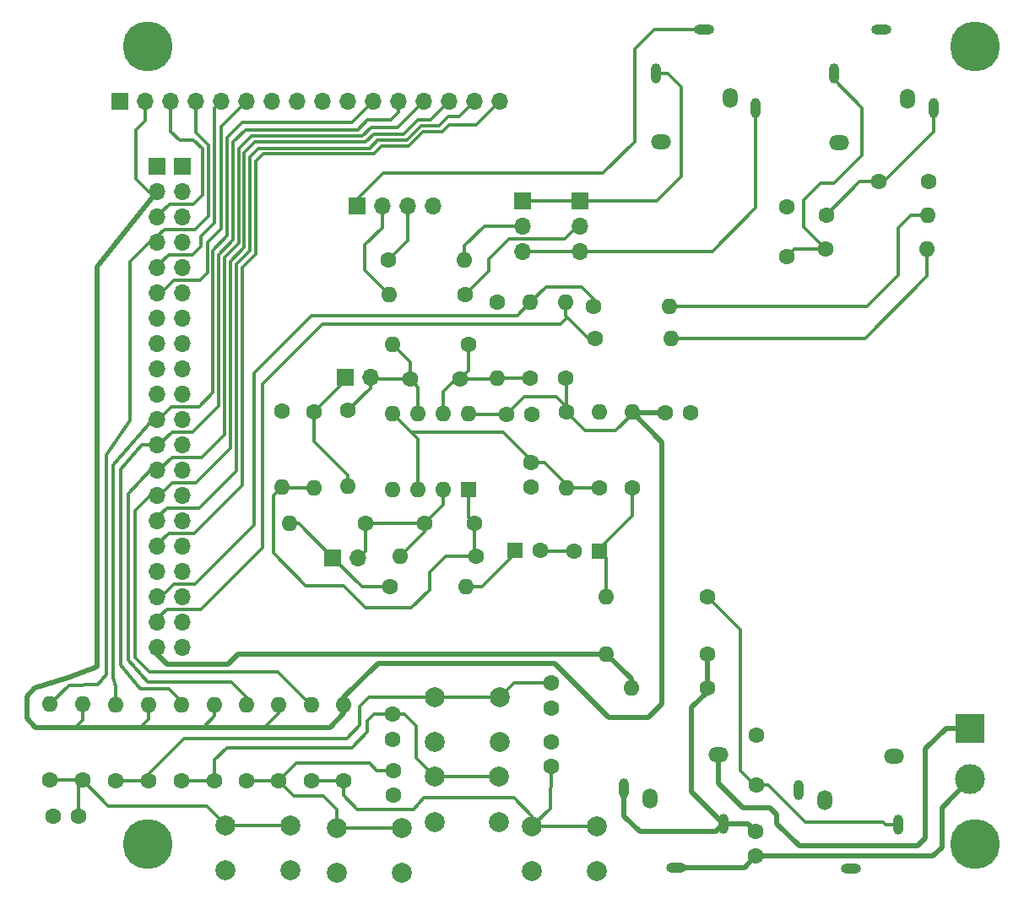
<source format=gbr>
%TF.GenerationSoftware,KiCad,Pcbnew,(6.0.11)*%
%TF.CreationDate,2023-02-05T16:49:19-06:00*%
%TF.ProjectId,BitBangDisplay,42697442-616e-4674-9469-73706c61792e,rev?*%
%TF.SameCoordinates,Original*%
%TF.FileFunction,Copper,L2,Bot*%
%TF.FilePolarity,Positive*%
%FSLAX46Y46*%
G04 Gerber Fmt 4.6, Leading zero omitted, Abs format (unit mm)*
G04 Created by KiCad (PCBNEW (6.0.11)) date 2023-02-05 16:49:19*
%MOMM*%
%LPD*%
G01*
G04 APERTURE LIST*
%TA.AperFunction,ComponentPad*%
%ADD10C,1.600000*%
%TD*%
%TA.AperFunction,ComponentPad*%
%ADD11O,2.000000X1.000000*%
%TD*%
%TA.AperFunction,ComponentPad*%
%ADD12O,1.000000X2.000000*%
%TD*%
%TA.AperFunction,ComponentPad*%
%ADD13O,2.000000X1.500000*%
%TD*%
%TA.AperFunction,ComponentPad*%
%ADD14O,1.500000X2.000000*%
%TD*%
%TA.AperFunction,ComponentPad*%
%ADD15O,1.600000X1.600000*%
%TD*%
%TA.AperFunction,ComponentPad*%
%ADD16C,2.000000*%
%TD*%
%TA.AperFunction,ComponentPad*%
%ADD17C,5.000000*%
%TD*%
%TA.AperFunction,ComponentPad*%
%ADD18R,1.700000X1.700000*%
%TD*%
%TA.AperFunction,ComponentPad*%
%ADD19O,1.700000X1.700000*%
%TD*%
%TA.AperFunction,ComponentPad*%
%ADD20R,1.600000X1.600000*%
%TD*%
%TA.AperFunction,ComponentPad*%
%ADD21R,3.000000X3.000000*%
%TD*%
%TA.AperFunction,ComponentPad*%
%ADD22C,3.000000*%
%TD*%
%TA.AperFunction,Conductor*%
%ADD23C,0.350000*%
%TD*%
%TA.AperFunction,Conductor*%
%ADD24C,0.500000*%
%TD*%
%TA.AperFunction,Conductor*%
%ADD25C,0.250000*%
%TD*%
G04 APERTURE END LIST*
D10*
%TO.P,C3,1*%
%TO.N,GND*%
X109610000Y-76610000D03*
%TO.P,C3,2*%
%TO.N,Net-(J13-Pad1)*%
X109610000Y-81610000D03*
%TD*%
D11*
%TO.P,J2,3*%
%TO.N,GND*%
X98500000Y-142850000D03*
D12*
%TO.P,J2,1*%
%TO.N,Net-(R22-Pad1)*%
X103300000Y-138450000D03*
%TO.P,J2,2*%
X93300000Y-134950000D03*
D13*
%TO.P,J2,4*%
%TO.N,Net-(J16-Pad1)*%
X102800000Y-131550000D03*
D14*
%TO.P,J2,5*%
%TO.N,unconnected-(J2-Pad5)*%
X95900000Y-135950000D03*
%TD*%
D10*
%TO.P,R3,1*%
%TO.N,Net-(C11-Pad2)*%
X48930000Y-134170000D03*
D15*
%TO.P,R3,2*%
%TO.N,DB5*%
X48930000Y-126550000D03*
%TD*%
D10*
%TO.P,R12,1*%
%TO.N,Net-(R47-Pad1)*%
X58680000Y-134170000D03*
D15*
%TO.P,R12,2*%
%TO.N,+5V*%
X58680000Y-126550000D03*
%TD*%
D10*
%TO.P,C10,1*%
%TO.N,GND*%
X86000000Y-126850000D03*
%TO.P,C10,2*%
%TO.N,Net-(R29-Pad1)*%
X86000000Y-124350000D03*
%TD*%
%TO.P,C11,1*%
%TO.N,GND*%
X70100000Y-129980000D03*
%TO.P,C11,2*%
%TO.N,Net-(C11-Pad2)*%
X70100000Y-127480000D03*
%TD*%
%TO.P,C16,1*%
%TO.N,GND*%
X70140000Y-135620000D03*
%TO.P,C16,2*%
%TO.N,Net-(R47-Pad1)*%
X70140000Y-133120000D03*
%TD*%
%TO.P,C17,1*%
%TO.N,GND*%
X85970000Y-130260000D03*
%TO.P,C17,2*%
%TO.N,Net-(R46-Pad1)*%
X85970000Y-132760000D03*
%TD*%
D16*
%TO.P,SW2,2,2*%
%TO.N,GND*%
X74330000Y-130270000D03*
%TO.P,SW2,1,1*%
%TO.N,Net-(R29-Pad1)*%
X74330000Y-125770000D03*
%TO.P,SW2,2,2*%
%TO.N,GND*%
X80830000Y-130270000D03*
%TO.P,SW2,1,1*%
%TO.N,Net-(R29-Pad1)*%
X80830000Y-125770000D03*
%TD*%
%TO.P,SW3,2,2*%
%TO.N,GND*%
X64540000Y-143360000D03*
%TO.P,SW3,1,1*%
%TO.N,Net-(R47-Pad1)*%
X64540000Y-138860000D03*
%TO.P,SW3,2,2*%
%TO.N,GND*%
X71040000Y-143360000D03*
%TO.P,SW3,1,1*%
%TO.N,Net-(R47-Pad1)*%
X71040000Y-138860000D03*
%TD*%
%TO.P,SW4,2,2*%
%TO.N,GND*%
X84090000Y-143220000D03*
%TO.P,SW4,1,1*%
%TO.N,Net-(R46-Pad1)*%
X84090000Y-138720000D03*
%TO.P,SW4,2,2*%
%TO.N,GND*%
X90590000Y-143220000D03*
%TO.P,SW4,1,1*%
%TO.N,Net-(R46-Pad1)*%
X90590000Y-138720000D03*
%TD*%
%TO.P,SW5,2,2*%
%TO.N,GND*%
X74300000Y-138270000D03*
%TO.P,SW5,1,1*%
%TO.N,Net-(C11-Pad2)*%
X74300000Y-133770000D03*
%TO.P,SW5,2,2*%
%TO.N,GND*%
X80800000Y-138270000D03*
%TO.P,SW5,1,1*%
%TO.N,Net-(C11-Pad2)*%
X80800000Y-133770000D03*
%TD*%
D10*
%TO.P,R6,1*%
%TO.N,Net-(R29-Pad1)*%
X45640000Y-134150000D03*
D15*
%TO.P,R6,2*%
%TO.N,+5V*%
X45640000Y-126530000D03*
%TD*%
D10*
%TO.P,R13,1*%
%TO.N,Net-(R46-Pad1)*%
X65210000Y-134190000D03*
D15*
%TO.P,R13,2*%
%TO.N,+5V*%
X65210000Y-126570000D03*
%TD*%
D10*
%TO.P,R29,1*%
%TO.N,Net-(R29-Pad1)*%
X42330000Y-134130000D03*
D15*
%TO.P,R29,2*%
%TO.N,DB4*%
X42330000Y-126510000D03*
%TD*%
D10*
%TO.P,R33,1*%
%TO.N,Net-(C11-Pad2)*%
X52220000Y-134190000D03*
D15*
%TO.P,R33,2*%
%TO.N,+5V*%
X52220000Y-126570000D03*
%TD*%
D10*
%TO.P,R46,1*%
%TO.N,Net-(R46-Pad1)*%
X61940000Y-134190000D03*
D15*
%TO.P,R46,2*%
%TO.N,DB7*%
X61940000Y-126570000D03*
%TD*%
D10*
%TO.P,R47,1*%
%TO.N,Net-(R47-Pad1)*%
X55470000Y-134170000D03*
D15*
%TO.P,R47,2*%
%TO.N,DB6*%
X55470000Y-126550000D03*
%TD*%
D17*
%TO.P,J3,1,Pin_1*%
%TO.N,GND*%
X45500000Y-60500000D03*
%TD*%
%TO.P,J7,1,Pin_1*%
%TO.N,GND*%
X45500000Y-140500000D03*
%TD*%
%TO.P,J20,1,Pin_1*%
%TO.N,GND*%
X128500000Y-60500000D03*
%TD*%
%TO.P,J21,1,Pin_1*%
%TO.N,GND*%
X128500000Y-140500000D03*
%TD*%
D18*
%TO.P,J1,1,Pin_1*%
%TO.N,Net-(J1-Pad1)*%
X66500000Y-76500000D03*
D19*
%TO.P,J1,2,Pin_2*%
%TO.N,Net-(J1-Pad2)*%
X69040000Y-76500000D03*
%TO.P,J1,3,Pin_3*%
%TO.N,Net-(J1-Pad3)*%
X71580000Y-76500000D03*
%TO.P,J1,4,Pin_4*%
%TO.N,unconnected-(J1-Pad4)*%
X74120000Y-76500000D03*
%TD*%
D18*
%TO.P,U1,1,VSS*%
%TO.N,GND*%
X42750000Y-66000000D03*
D19*
%TO.P,U1,2,VDD*%
%TO.N,+5V*%
X45290000Y-66000000D03*
%TO.P,U1,3,VO*%
%TO.N,VO*%
X47830000Y-66000000D03*
%TO.P,U1,4,RS*%
%TO.N,RS*%
X50370000Y-66000000D03*
%TO.P,U1,5,R/~{W}*%
%TO.N,RW*%
X52910000Y-66000000D03*
%TO.P,U1,6,E*%
%TO.N,E*%
X55450000Y-66000000D03*
%TO.P,U1,7,DB0*%
%TO.N,unconnected-(U1-Pad7)*%
X57990000Y-66000000D03*
%TO.P,U1,8,DB1*%
%TO.N,unconnected-(U1-Pad8)*%
X60530000Y-66000000D03*
%TO.P,U1,9,DB2*%
%TO.N,unconnected-(U1-Pad9)*%
X63070000Y-66000000D03*
%TO.P,U1,10,DB3*%
%TO.N,unconnected-(U1-Pad10)*%
X65610000Y-66000000D03*
%TO.P,U1,11,DB4*%
%TO.N,DB4*%
X68150000Y-66000000D03*
%TO.P,U1,12,DB5*%
%TO.N,DB5*%
X70690000Y-66000000D03*
%TO.P,U1,13,DB6*%
%TO.N,DB6*%
X73230000Y-66000000D03*
%TO.P,U1,14,DB7*%
%TO.N,DB7*%
X75770000Y-66000000D03*
%TO.P,U1,15,A/VEE*%
%TO.N,AVEE*%
X78310000Y-66000000D03*
%TO.P,U1,16,K*%
%TO.N,K*%
X80850000Y-66000000D03*
%TD*%
D10*
%TO.P,C1,1*%
%TO.N,Net-(R22-Pad1)*%
X106510000Y-139200000D03*
%TO.P,C1,2*%
%TO.N,GND*%
X106510000Y-141700000D03*
%TD*%
D11*
%TO.P,J13,3*%
%TO.N,GND*%
X119140000Y-58810000D03*
D12*
%TO.P,J13,1*%
%TO.N,Net-(J13-Pad1)*%
X114340000Y-63210000D03*
%TO.P,J13,2*%
%TO.N,Net-(C2-Pad2)*%
X124340000Y-66710000D03*
D13*
%TO.P,J13,4*%
%TO.N,N/C*%
X114840000Y-70110000D03*
D14*
%TO.P,J13,5*%
X121740000Y-65710000D03*
%TD*%
D11*
%TO.P,J14,3*%
%TO.N,Net-(J1-Pad1)*%
X101340000Y-58780000D03*
D12*
%TO.P,J14,1*%
%TO.N,Net-(JP2-Pad1)*%
X96540000Y-63180000D03*
%TO.P,J14,2*%
%TO.N,Net-(J14-Pad2)*%
X106540000Y-66680000D03*
D13*
%TO.P,J14,4*%
%TO.N,N/C*%
X97040000Y-70080000D03*
D14*
%TO.P,J14,5*%
X103940000Y-65680000D03*
%TD*%
D18*
%TO.P,JP1,1,1*%
%TO.N,Net-(JP2-Pad1)*%
X88860000Y-75960000D03*
D19*
%TO.P,JP1,2,2*%
%TO.N,Net-(R7-Pad1)*%
X88860000Y-78500000D03*
%TO.P,JP1,3,3*%
%TO.N,Net-(J14-Pad2)*%
X88860000Y-81040000D03*
%TD*%
D18*
%TO.P,JP2,1,1*%
%TO.N,Net-(JP2-Pad1)*%
X83130000Y-75970000D03*
D19*
%TO.P,JP2,2,2*%
%TO.N,Net-(JP2-Pad2)*%
X83130000Y-78510000D03*
%TO.P,JP2,3,3*%
%TO.N,Net-(J14-Pad2)*%
X83130000Y-81050000D03*
%TD*%
D10*
%TO.P,L1,1*%
%TO.N,Net-(J13-Pad1)*%
X113550000Y-80860000D03*
D15*
%TO.P,L1,2*%
%TO.N,Net-(L1-Pad2)*%
X123710000Y-80860000D03*
%TD*%
D10*
%TO.P,L2,1*%
%TO.N,Net-(C2-Pad2)*%
X113600000Y-77390000D03*
D15*
%TO.P,L2,2*%
%TO.N,Net-(L2-Pad2)*%
X123760000Y-77390000D03*
%TD*%
D10*
%TO.P,R1,1*%
%TO.N,PTT*%
X90410000Y-89800000D03*
D15*
%TO.P,R1,2*%
%TO.N,Net-(L1-Pad2)*%
X98030000Y-89800000D03*
%TD*%
D10*
%TO.P,R2,1*%
%TO.N,MIC*%
X90250000Y-86610000D03*
D15*
%TO.P,R2,2*%
%TO.N,Net-(L2-Pad2)*%
X97870000Y-86610000D03*
%TD*%
D10*
%TO.P,R4,1*%
%TO.N,+5V*%
X87450000Y-93770000D03*
D15*
%TO.P,R4,2*%
%TO.N,PTT*%
X87450000Y-86150000D03*
%TD*%
D10*
%TO.P,R5,1*%
%TO.N,Net-(C5-Pad1)*%
X94110000Y-104780000D03*
D15*
%TO.P,R5,2*%
%TO.N,+5V*%
X94110000Y-97160000D03*
%TD*%
D10*
%TO.P,R7,1*%
%TO.N,Net-(R7-Pad1)*%
X77370000Y-85360000D03*
D15*
%TO.P,R7,2*%
%TO.N,Net-(J1-Pad2)*%
X69750000Y-85360000D03*
%TD*%
D10*
%TO.P,R8,1*%
%TO.N,Net-(J1-Pad3)*%
X69700000Y-81880000D03*
D15*
%TO.P,R8,2*%
%TO.N,Net-(JP2-Pad2)*%
X77320000Y-81880000D03*
%TD*%
D10*
%TO.P,C2,1*%
%TO.N,GND*%
X123890000Y-74040000D03*
%TO.P,C2,2*%
%TO.N,Net-(C2-Pad2)*%
X118890000Y-74040000D03*
%TD*%
%TO.P,C4,1*%
%TO.N,GND*%
X106600000Y-129580000D03*
%TO.P,C4,2*%
%TO.N,Net-(C4-Pad2)*%
X106600000Y-134580000D03*
%TD*%
D20*
%TO.P,C5,1*%
%TO.N,Net-(C5-Pad1)*%
X90810000Y-111090000D03*
D10*
%TO.P,C5,2*%
%TO.N,Net-(C5-Pad2)*%
X88310000Y-111090000D03*
%TD*%
D20*
%TO.P,C6,1*%
%TO.N,Net-(C6-Pad1)*%
X82410000Y-111020000D03*
D10*
%TO.P,C6,2*%
%TO.N,Net-(C5-Pad2)*%
X84910000Y-111020000D03*
%TD*%
%TO.P,C7,1*%
%TO.N,+5V*%
X81560000Y-97430000D03*
%TO.P,C7,2*%
%TO.N,GND*%
X84060000Y-97430000D03*
%TD*%
%TO.P,C8,1*%
%TO.N,GND*%
X83990000Y-104720000D03*
%TO.P,C8,2*%
%TO.N,+5V*%
X83990000Y-102220000D03*
%TD*%
%TO.P,C9,1*%
%TO.N,Net-(C9-Pad1)*%
X73300000Y-108320000D03*
%TO.P,C9,2*%
%TO.N,Net-(R17-Pad2)*%
X78300000Y-108320000D03*
%TD*%
%TO.P,C12,1*%
%TO.N,Net-(C12-Pad1)*%
X71860000Y-93880000D03*
%TO.P,C12,2*%
%TO.N,Net-(R19-Pad1)*%
X76860000Y-93880000D03*
%TD*%
D11*
%TO.P,J15,3*%
%TO.N,GND*%
X116050000Y-142970000D03*
D12*
%TO.P,J15,1*%
%TO.N,Net-(C4-Pad2)*%
X120850000Y-138570000D03*
%TO.P,J15,2*%
%TO.N,unconnected-(J15-Pad2)*%
X110850000Y-135070000D03*
D13*
%TO.P,J15,4*%
%TO.N,N/C*%
X120350000Y-131670000D03*
D14*
%TO.P,J15,5*%
X113450000Y-136070000D03*
%TD*%
D18*
%TO.P,JP3,1,1*%
%TO.N,Net-(JP3-Pad1)*%
X64120000Y-111790000D03*
D19*
%TO.P,JP3,2,2*%
%TO.N,Net-(C9-Pad1)*%
X66660000Y-111790000D03*
%TD*%
D18*
%TO.P,JP4,1,1*%
%TO.N,Net-(JP4-Pad1)*%
X65320000Y-93650000D03*
D19*
%TO.P,JP4,2,2*%
%TO.N,Net-(C12-Pad1)*%
X67860000Y-93650000D03*
%TD*%
D10*
%TO.P,L3,1*%
%TO.N,Net-(C4-Pad2)*%
X101700000Y-115730000D03*
D15*
%TO.P,L3,2*%
%TO.N,Net-(C5-Pad1)*%
X91540000Y-115730000D03*
%TD*%
D10*
%TO.P,R9,1*%
%TO.N,Net-(JP3-Pad1)*%
X69840000Y-114720000D03*
D15*
%TO.P,R9,2*%
%TO.N,Net-(C6-Pad1)*%
X77460000Y-114720000D03*
%TD*%
D10*
%TO.P,R10,1*%
%TO.N,Net-(C9-Pad1)*%
X67360000Y-108360000D03*
D15*
%TO.P,R10,2*%
%TO.N,Net-(JP3-Pad1)*%
X59740000Y-108360000D03*
%TD*%
D10*
%TO.P,R11,1*%
%TO.N,+5V*%
X87550000Y-97190000D03*
D15*
%TO.P,R11,2*%
X87550000Y-104810000D03*
%TD*%
D10*
%TO.P,R14,1*%
%TO.N,+5V*%
X90830000Y-104780000D03*
D15*
%TO.P,R14,2*%
%TO.N,GND*%
X90830000Y-97160000D03*
%TD*%
D10*
%TO.P,R15,1*%
%TO.N,Net-(R17-Pad2)*%
X78450000Y-111670000D03*
D15*
%TO.P,R15,2*%
%TO.N,Net-(C9-Pad1)*%
X70830000Y-111670000D03*
%TD*%
D10*
%TO.P,R16,1*%
%TO.N,Net-(JP4-Pad1)*%
X62250000Y-97120000D03*
D15*
%TO.P,R16,2*%
%TO.N,Net-(R17-Pad2)*%
X62250000Y-104740000D03*
%TD*%
D10*
%TO.P,R17,1*%
%TO.N,GND*%
X58980000Y-97040000D03*
D15*
%TO.P,R17,2*%
%TO.N,Net-(R17-Pad2)*%
X58980000Y-104660000D03*
%TD*%
D10*
%TO.P,R18,1*%
%TO.N,Net-(C12-Pad1)*%
X65620000Y-97030000D03*
D15*
%TO.P,R18,2*%
%TO.N,Net-(JP4-Pad1)*%
X65620000Y-104650000D03*
%TD*%
D10*
%TO.P,R19,1*%
%TO.N,Net-(R19-Pad1)*%
X77730000Y-90410000D03*
D15*
%TO.P,R19,2*%
%TO.N,Net-(C12-Pad1)*%
X70110000Y-90410000D03*
%TD*%
D10*
%TO.P,R20,1*%
%TO.N,Net-(R19-Pad1)*%
X83930000Y-93800000D03*
D15*
%TO.P,R20,2*%
%TO.N,MIC*%
X83930000Y-86180000D03*
%TD*%
D10*
%TO.P,R21,1*%
%TO.N,GND*%
X80620000Y-86180000D03*
D15*
%TO.P,R21,2*%
%TO.N,Net-(R19-Pad1)*%
X80620000Y-93800000D03*
%TD*%
D20*
%TO.P,U2,1*%
%TO.N,Net-(R17-Pad2)*%
X77730000Y-104940000D03*
D15*
%TO.P,U2,5,+*%
%TO.N,+5V*%
X70110000Y-97320000D03*
%TO.P,U2,2,-*%
%TO.N,Net-(C9-Pad1)*%
X75190000Y-104940000D03*
%TO.P,U2,6,-*%
%TO.N,Net-(C12-Pad1)*%
X72650000Y-97320000D03*
%TO.P,U2,3,+*%
%TO.N,+5V*%
X72650000Y-104940000D03*
%TO.P,U2,7*%
%TO.N,Net-(R19-Pad1)*%
X75190000Y-97320000D03*
%TO.P,U2,4,V-*%
%TO.N,GND*%
X70110000Y-104940000D03*
%TO.P,U2,8,V+*%
%TO.N,+5V*%
X77730000Y-97320000D03*
%TD*%
D21*
%TO.P,J16,1,Pin_1*%
%TO.N,Net-(J16-Pad1)*%
X128020000Y-128930000D03*
D22*
%TO.P,J16,2,Pin_2*%
%TO.N,GND*%
X128020000Y-134010000D03*
%TD*%
D10*
%TO.P,L4,1*%
%TO.N,Net-(R22-Pad1)*%
X101690000Y-121420000D03*
D15*
%TO.P,L4,2*%
%TO.N,SPKR*%
X91530000Y-121420000D03*
%TD*%
D10*
%TO.P,R22,1*%
%TO.N,Net-(R22-Pad1)*%
X101650000Y-124850000D03*
D15*
%TO.P,R22,2*%
%TO.N,SPKR*%
X94030000Y-124850000D03*
%TD*%
D18*
%TO.P,U5,1,VSS*%
%TO.N,GND*%
X46500000Y-72500000D03*
D19*
%TO.P,U5,2,VDD*%
%TO.N,+5V*%
X46500000Y-75040000D03*
%TO.P,U5,3,VO*%
%TO.N,VO*%
X46500000Y-77580000D03*
%TO.P,U5,4,RS*%
%TO.N,RS*%
X46500000Y-80120000D03*
%TO.P,U5,5,R/~{W}*%
%TO.N,RW*%
X46500000Y-82660000D03*
%TO.P,U5,6,E*%
%TO.N,E*%
X46500000Y-85200000D03*
%TO.P,U5,7,DB0*%
%TO.N,unconnected-(U5-Pad7)*%
X46500000Y-87740000D03*
%TO.P,U5,8,DB1*%
%TO.N,unconnected-(U5-Pad8)*%
X46500000Y-90280000D03*
%TO.P,U5,9,DB2*%
%TO.N,unconnected-(U5-Pad9)*%
X46500000Y-92820000D03*
%TO.P,U5,10,DB3*%
%TO.N,unconnected-(U5-Pad10)*%
X46500000Y-95360000D03*
%TO.P,U5,11,DB4*%
%TO.N,DB4*%
X46500000Y-97900000D03*
%TO.P,U5,12,DB5*%
%TO.N,DB5*%
X46500000Y-100440000D03*
%TO.P,U5,13,DB6*%
%TO.N,DB6*%
X46500000Y-102980000D03*
%TO.P,U5,14,DB7*%
%TO.N,DB7*%
X46500000Y-105520000D03*
%TO.P,U5,15,A/VEE*%
%TO.N,AVEE*%
X46500000Y-108060000D03*
%TO.P,U5,16,K*%
%TO.N,K*%
X46500000Y-110600000D03*
%TO.P,U5,17,17*%
%TO.N,GND*%
X46500000Y-113140000D03*
%TO.P,U5,18,18*%
%TO.N,MIC*%
X46500000Y-115680000D03*
%TO.P,U5,19,19*%
%TO.N,PTT*%
X46500000Y-118220000D03*
%TO.P,U5,20,20*%
%TO.N,SPKR*%
X46500000Y-120760000D03*
%TD*%
D10*
%TO.P,C13,1*%
%TO.N,+5V*%
X97450000Y-97230000D03*
%TO.P,C13,2*%
%TO.N,GND*%
X99950000Y-97230000D03*
%TD*%
%TO.P,C14,1*%
%TO.N,GND*%
X36080000Y-137690000D03*
%TO.P,C14,2*%
%TO.N,Net-(C14-Pad2)*%
X38580000Y-137690000D03*
%TD*%
%TO.P,R23,1*%
%TO.N,Net-(C14-Pad2)*%
X35760000Y-134110000D03*
D15*
%TO.P,R23,2*%
%TO.N,RS*%
X35760000Y-126490000D03*
%TD*%
D10*
%TO.P,R24,1*%
%TO.N,Net-(C14-Pad2)*%
X39040000Y-134110000D03*
D15*
%TO.P,R24,2*%
%TO.N,+5V*%
X39040000Y-126490000D03*
%TD*%
D16*
%TO.P,SW1,2,2*%
%TO.N,GND*%
X53370000Y-143140000D03*
%TO.P,SW1,1,1*%
%TO.N,Net-(C14-Pad2)*%
X53370000Y-138640000D03*
%TO.P,SW1,2,2*%
%TO.N,GND*%
X59870000Y-143140000D03*
%TO.P,SW1,1,1*%
%TO.N,Net-(C14-Pad2)*%
X59870000Y-138640000D03*
%TD*%
D18*
%TO.P,J10,1,Pin_1*%
%TO.N,GND*%
X49040000Y-72500000D03*
D19*
%TO.P,J10,2,Pin_2*%
X49040000Y-75040000D03*
%TO.P,J10,3,Pin_3*%
X49040000Y-77580000D03*
%TO.P,J10,4,Pin_4*%
X49040000Y-80120000D03*
%TO.P,J10,5,Pin_5*%
X49040000Y-82660000D03*
%TO.P,J10,6,Pin_6*%
X49040000Y-85200000D03*
%TO.P,J10,7,Pin_7*%
X49040000Y-87740000D03*
%TO.P,J10,8,Pin_8*%
X49040000Y-90280000D03*
%TO.P,J10,9,Pin_9*%
X49040000Y-92820000D03*
%TO.P,J10,10,Pin_10*%
X49040000Y-95360000D03*
%TO.P,J10,11,Pin_11*%
X49040000Y-97900000D03*
%TO.P,J10,12,Pin_12*%
X49040000Y-100440000D03*
%TO.P,J10,13,Pin_13*%
X49040000Y-102980000D03*
%TO.P,J10,14,Pin_14*%
X49040000Y-105520000D03*
%TO.P,J10,15,Pin_15*%
X49040000Y-108060000D03*
%TO.P,J10,16,Pin_16*%
X49040000Y-110600000D03*
%TO.P,J10,17,Pin_17*%
X49040000Y-113140000D03*
%TO.P,J10,18,Pin_18*%
X49040000Y-115680000D03*
%TO.P,J10,19,Pin_19*%
X49040000Y-118220000D03*
%TO.P,J10,20,Pin_20*%
X49040000Y-120760000D03*
%TD*%
D23*
%TO.N,+5V*%
X39040000Y-126490000D02*
X39040000Y-128020000D01*
X39040000Y-128020000D02*
X38260000Y-128800000D01*
D24*
X45400000Y-128800000D02*
X38260000Y-128800000D01*
X38260000Y-128800000D02*
X34310000Y-128800000D01*
X37460000Y-123790000D02*
X40480000Y-122710000D01*
X34230000Y-124870000D02*
X37460000Y-123790000D01*
X33420000Y-125680000D02*
X34230000Y-124870000D01*
X33420000Y-127910000D02*
X33420000Y-125680000D01*
X34310000Y-128800000D02*
X33420000Y-127910000D01*
D23*
X46500000Y-75040000D02*
X45590000Y-75040000D01*
X45290000Y-67970000D02*
X45290000Y-66000000D01*
X44360000Y-68900000D02*
X45290000Y-67970000D01*
X44360000Y-73810000D02*
X44360000Y-68900000D01*
X45590000Y-75040000D02*
X44360000Y-73810000D01*
D24*
X97450000Y-97230000D02*
X94180000Y-97230000D01*
X94180000Y-97230000D02*
X94110000Y-97160000D01*
X65210000Y-126570000D02*
X65210000Y-125790000D01*
X65210000Y-125790000D02*
X68620000Y-122380000D01*
X97120000Y-100170000D02*
X94110000Y-97160000D01*
X97120000Y-126460000D02*
X97120000Y-100170000D01*
X95780000Y-127800000D02*
X97120000Y-126460000D01*
X91750000Y-127800000D02*
X95780000Y-127800000D01*
X86330000Y-122380000D02*
X91750000Y-127800000D01*
X68620000Y-122380000D02*
X86330000Y-122380000D01*
D23*
X94110000Y-97160000D02*
X94110000Y-97390000D01*
X94110000Y-97390000D02*
X92480000Y-99020000D01*
X92480000Y-99020000D02*
X89380000Y-99020000D01*
X89380000Y-99020000D02*
X87550000Y-97190000D01*
X87550000Y-97190000D02*
X87550000Y-93870000D01*
X87550000Y-93870000D02*
X87450000Y-93770000D01*
X45640000Y-126530000D02*
X45640000Y-127980000D01*
X45640000Y-127980000D02*
X44820000Y-128800000D01*
X52220000Y-126570000D02*
X52220000Y-127680000D01*
X52220000Y-127680000D02*
X51100000Y-128800000D01*
X58680000Y-126550000D02*
X58680000Y-127370000D01*
X58680000Y-127370000D02*
X57250000Y-128800000D01*
D24*
X65210000Y-126570000D02*
X65210000Y-127400000D01*
X40480000Y-82620000D02*
X46500000Y-75040000D01*
X40480000Y-122710000D02*
X40480000Y-82620000D01*
X57250000Y-128800000D02*
X63810000Y-128800000D01*
X57250000Y-128800000D02*
X51100000Y-128800000D01*
X51100000Y-128800000D02*
X45400000Y-128800000D01*
X45400000Y-128800000D02*
X44820000Y-128800000D01*
X65210000Y-127400000D02*
X63810000Y-128800000D01*
D23*
X46100000Y-74930000D02*
X46990000Y-74930000D01*
X46320000Y-74930000D02*
X46990000Y-74930000D01*
X46210000Y-74930000D02*
X46990000Y-74930000D01*
X87550000Y-97190000D02*
X87550000Y-96660000D01*
X87550000Y-96660000D02*
X86560000Y-95670000D01*
X81560000Y-97430000D02*
X77840000Y-97430000D01*
X77840000Y-97430000D02*
X77730000Y-97320000D01*
X83320000Y-95670000D02*
X81560000Y-97430000D01*
X86560000Y-95670000D02*
X83320000Y-95670000D01*
D24*
%TO.N,GND*%
X106510000Y-141700000D02*
X124320000Y-141700000D01*
X125200000Y-136830000D02*
X128020000Y-134010000D01*
X125200000Y-140820000D02*
X125200000Y-136830000D01*
X124320000Y-141700000D02*
X125200000Y-140820000D01*
X98500000Y-142850000D02*
X105360000Y-142850000D01*
X105360000Y-142850000D02*
X106510000Y-141700000D01*
D23*
%TO.N,Net-(C11-Pad2)*%
X74300000Y-133770000D02*
X74300000Y-133730000D01*
X74300000Y-133730000D02*
X72450000Y-131880000D01*
X71240000Y-127480000D02*
X70100000Y-127480000D01*
X72450000Y-128690000D02*
X71240000Y-127480000D01*
X72450000Y-131880000D02*
X72450000Y-128690000D01*
X52220000Y-134190000D02*
X52220000Y-132070000D01*
X68190000Y-127480000D02*
X70100000Y-127480000D01*
X67560000Y-128110000D02*
X68190000Y-127480000D01*
X67560000Y-129250000D02*
X67560000Y-128110000D01*
X65990000Y-130820000D02*
X67560000Y-129250000D01*
X53470000Y-130820000D02*
X65990000Y-130820000D01*
X52220000Y-132070000D02*
X53470000Y-130820000D01*
X52220000Y-134190000D02*
X48950000Y-134190000D01*
X48950000Y-134190000D02*
X48930000Y-134170000D01*
D25*
X48950000Y-134190000D02*
X48930000Y-134170000D01*
D23*
X80800000Y-133770000D02*
X74300000Y-133770000D01*
%TO.N,Net-(R29-Pad1)*%
X49200000Y-129890000D02*
X65500000Y-129890000D01*
X67710000Y-125770000D02*
X74330000Y-125770000D01*
X66800000Y-126680000D02*
X67710000Y-125770000D01*
X66800000Y-128590000D02*
X66800000Y-126680000D01*
X65500000Y-129890000D02*
X66800000Y-128590000D01*
X45640000Y-134150000D02*
X45640000Y-133450000D01*
X45640000Y-133450000D02*
X49200000Y-129890000D01*
X45640000Y-134150000D02*
X42350000Y-134150000D01*
X42350000Y-134150000D02*
X42330000Y-134130000D01*
D25*
X42350000Y-134150000D02*
X42330000Y-134130000D01*
D23*
X86000000Y-124350000D02*
X82250000Y-124350000D01*
X82250000Y-124350000D02*
X80830000Y-125770000D01*
X80830000Y-125770000D02*
X74330000Y-125770000D01*
%TO.N,Net-(R46-Pad1)*%
X73240000Y-135860000D02*
X82260000Y-135860000D01*
X65210000Y-135590000D02*
X65210000Y-134190000D01*
X66500000Y-137070000D02*
X65210000Y-135590000D01*
X72220000Y-137070000D02*
X66500000Y-137070000D01*
X73240000Y-135860000D02*
X72220000Y-137070000D01*
X84090000Y-138720000D02*
X84090000Y-137690000D01*
X84090000Y-137690000D02*
X82260000Y-135860000D01*
X65210000Y-134190000D02*
X61940000Y-134190000D01*
X85970000Y-132760000D02*
X85890000Y-136920000D01*
X85890000Y-136920000D02*
X84090000Y-138720000D01*
X90590000Y-138720000D02*
X84090000Y-138720000D01*
%TO.N,DB5*%
X46500000Y-100440000D02*
X46680000Y-100440000D01*
X46680000Y-100440000D02*
X47960000Y-99160000D01*
X70690000Y-67060000D02*
X70690000Y-66000000D01*
X69910000Y-67840000D02*
X70690000Y-67060000D01*
X67590000Y-67840000D02*
X69910000Y-67840000D01*
X66590000Y-68840000D02*
X67590000Y-67840000D01*
X55330000Y-68840000D02*
X66590000Y-68840000D01*
X54120000Y-70050000D02*
X55330000Y-68840000D01*
X54120000Y-79920000D02*
X54120000Y-70050000D01*
X52670000Y-81370000D02*
X54120000Y-79920000D01*
X52670000Y-96540000D02*
X52670000Y-81370000D01*
X50050000Y-99160000D02*
X52670000Y-96540000D01*
X47960000Y-99160000D02*
X50050000Y-99160000D01*
X47650000Y-124890000D02*
X44770000Y-124890000D01*
X44950000Y-100440000D02*
X46500000Y-100440000D01*
X42820000Y-102910000D02*
X44950000Y-100440000D01*
X42820000Y-122600000D02*
X42820000Y-102910000D01*
X44770000Y-124890000D02*
X42820000Y-122600000D01*
X48930000Y-126550000D02*
X48930000Y-126170000D01*
X48930000Y-126170000D02*
X47650000Y-124890000D01*
%TO.N,DB4*%
X46500000Y-97900000D02*
X46610000Y-97900000D01*
X46610000Y-97900000D02*
X47900000Y-96610000D01*
X66030000Y-68120000D02*
X68150000Y-66000000D01*
X55020000Y-68120000D02*
X66030000Y-68120000D01*
X53540000Y-69600000D02*
X55020000Y-68120000D01*
X53540000Y-79480000D02*
X53540000Y-69600000D01*
X52060002Y-80959998D02*
X53540000Y-79480000D01*
X52060002Y-95219998D02*
X52060002Y-80959998D01*
X50670000Y-96610000D02*
X52060002Y-95219998D01*
X47900000Y-96610000D02*
X50670000Y-96610000D01*
X42330000Y-126510000D02*
X42330000Y-124690000D01*
X42100000Y-102490000D02*
X46050000Y-97900000D01*
X42100000Y-123820000D02*
X42100000Y-102490000D01*
X42330000Y-124690000D02*
X42100000Y-123820000D01*
X46050000Y-97900000D02*
X46500000Y-97900000D01*
X45780000Y-97900000D02*
X46500000Y-97900000D01*
%TO.N,DB7*%
X46500000Y-105520000D02*
X46710000Y-105520000D01*
X46710000Y-105520000D02*
X47990000Y-104240000D01*
X73930000Y-67840000D02*
X75770000Y-66000000D01*
X72650000Y-67840000D02*
X73930000Y-67840000D01*
X71220000Y-69270000D02*
X72650000Y-67840000D01*
X68240000Y-69270000D02*
X71220000Y-69270000D01*
X67410000Y-70100000D02*
X68240000Y-69270000D01*
X56270000Y-70100000D02*
X67410000Y-70100000D01*
X55230002Y-71139998D02*
X56270000Y-70100000D01*
X55230002Y-80629998D02*
X55230002Y-71139998D01*
X53810002Y-82049998D02*
X55230002Y-80629998D01*
X53810002Y-100759998D02*
X53810002Y-82049998D01*
X50330000Y-104240000D02*
X53810002Y-100759998D01*
X47990000Y-104240000D02*
X50330000Y-104240000D01*
X45730000Y-123270000D02*
X58560000Y-123270000D01*
X44230000Y-107070000D02*
X45780000Y-105520000D01*
X44230000Y-121770000D02*
X44230000Y-107070000D01*
X45730000Y-123270000D02*
X44230000Y-121770000D01*
X45780000Y-105520000D02*
X46500000Y-105520000D01*
X61940000Y-126570000D02*
X61860000Y-126570000D01*
X61860000Y-126570000D02*
X58560000Y-123270000D01*
X46030000Y-105520000D02*
X46500000Y-105520000D01*
%TO.N,DB6*%
X46500000Y-102980000D02*
X46670000Y-102980000D01*
X46670000Y-102980000D02*
X47960000Y-101690000D01*
X70640000Y-68590000D02*
X73230000Y-66000000D01*
X67950000Y-68590000D02*
X70640000Y-68590000D01*
X67050000Y-69490000D02*
X67950000Y-68590000D01*
X55930000Y-69490000D02*
X67050000Y-69490000D01*
X54680000Y-70740000D02*
X55930000Y-69490000D01*
X54680000Y-80210000D02*
X54680000Y-70740000D01*
X53260000Y-81630000D02*
X54680000Y-80210000D01*
X53260000Y-99410000D02*
X53260000Y-81630000D01*
X50980000Y-101690000D02*
X53260000Y-99410000D01*
X47960000Y-101690000D02*
X50980000Y-101690000D01*
X45540000Y-124220000D02*
X53920000Y-124220000D01*
X43560000Y-105390000D02*
X45770000Y-102980000D01*
X43560000Y-122040000D02*
X43560000Y-105390000D01*
X45540000Y-124220000D02*
X43560000Y-122040000D01*
X45770000Y-102980000D02*
X46500000Y-102980000D01*
X55470000Y-126550000D02*
X55470000Y-125770000D01*
X55470000Y-125770000D02*
X53920000Y-124220000D01*
%TO.N,Net-(R47-Pad1)*%
X64540000Y-138860000D02*
X64540000Y-137020000D01*
X60170000Y-135660000D02*
X58680000Y-134170000D01*
X63180000Y-135660000D02*
X60170000Y-135660000D01*
X64540000Y-137020000D02*
X63180000Y-135660000D01*
X70140000Y-133120000D02*
X68500000Y-133120000D01*
X68500000Y-133120000D02*
X67790000Y-132410000D01*
X67790000Y-132410000D02*
X60440000Y-132410000D01*
X60440000Y-132410000D02*
X58680000Y-134170000D01*
X58680000Y-134170000D02*
X55470000Y-134170000D01*
X64540000Y-138860000D02*
X71040000Y-138860000D01*
%TO.N,RS*%
X46500000Y-80120000D02*
X46500000Y-79590000D01*
X46500000Y-79590000D02*
X47250000Y-78840000D01*
X50370000Y-69160000D02*
X50370000Y-66000000D01*
X51610000Y-70400000D02*
X50370000Y-69160000D01*
X51610000Y-77530000D02*
X51610000Y-70400000D01*
X50300000Y-78840000D02*
X51610000Y-77530000D01*
X47250000Y-78840000D02*
X50300000Y-78840000D01*
X41380000Y-122550000D02*
X41360000Y-123460000D01*
X37700000Y-124550000D02*
X35760000Y-126490000D01*
X40580000Y-124540000D02*
X37700000Y-124550000D01*
X41360000Y-123460000D02*
X40580000Y-124540000D01*
X41380000Y-122550000D02*
X41380000Y-101460000D01*
X41380000Y-101460000D02*
X43730000Y-98040000D01*
X43730000Y-98040000D02*
X43730000Y-82080000D01*
X43730000Y-82080000D02*
X45690000Y-80120000D01*
X45690000Y-80120000D02*
X46500000Y-80120000D01*
%TO.N,E*%
X46500000Y-85200000D02*
X46920000Y-85200000D01*
X46920000Y-85200000D02*
X48190000Y-83930000D01*
X48190000Y-83930000D02*
X50780000Y-83930000D01*
X50780000Y-83930000D02*
X51510000Y-83200000D01*
X51510000Y-83200000D02*
X51510000Y-80120000D01*
X51510000Y-80120000D02*
X52880000Y-78750000D01*
X52880000Y-78750000D02*
X52880000Y-68570000D01*
X52880000Y-68570000D02*
X55450000Y-66000000D01*
%TO.N,VO*%
X50150000Y-69910000D02*
X48730000Y-69910000D01*
X48730000Y-69910000D02*
X47830000Y-69010000D01*
X46240000Y-77470000D02*
X46990000Y-77470000D01*
X46300000Y-77470000D02*
X46990000Y-77470000D01*
X46500000Y-77580000D02*
X46500000Y-77540000D01*
X46500000Y-77540000D02*
X47730000Y-76310000D01*
X47730000Y-76310000D02*
X50150000Y-76310000D01*
X50150000Y-76310000D02*
X51020000Y-75440000D01*
X51020000Y-75440000D02*
X51020000Y-70780000D01*
X51020000Y-70780000D02*
X50150000Y-69910000D01*
X47830000Y-69010000D02*
X47830000Y-66000000D01*
%TO.N,RW*%
X46500000Y-82660000D02*
X46500000Y-82550000D01*
X46500000Y-82550000D02*
X47670000Y-81380000D01*
X52230000Y-66680000D02*
X52910000Y-66000000D01*
X52230000Y-78200000D02*
X52230000Y-66680000D01*
X50850000Y-79580000D02*
X52230000Y-78200000D01*
X50850000Y-80590000D02*
X50850000Y-79580000D01*
X50060000Y-81380000D02*
X50850000Y-80590000D01*
X47670000Y-81380000D02*
X50060000Y-81380000D01*
%TO.N,AVEE*%
X46990000Y-107950000D02*
X46220000Y-107950000D01*
X46990000Y-107950000D02*
X46320000Y-107950000D01*
X46500000Y-108060000D02*
X46500000Y-107770000D01*
X46500000Y-107770000D02*
X47480000Y-106790000D01*
X47480000Y-106790000D02*
X50710000Y-106790000D01*
X50710000Y-106790000D02*
X54440000Y-103060000D01*
X54440000Y-103060000D02*
X54440000Y-82350000D01*
X54440000Y-82350000D02*
X55780004Y-81009996D01*
X55780004Y-81009996D02*
X55780004Y-71589996D01*
X55780004Y-71589996D02*
X56650000Y-70720000D01*
X56650000Y-70720000D02*
X67780000Y-70720000D01*
X67780000Y-70720000D02*
X68570000Y-69930000D01*
X68570000Y-69930000D02*
X71510000Y-69930000D01*
X71510000Y-69930000D02*
X73010000Y-68430000D01*
X73010000Y-68430000D02*
X74770000Y-68430000D01*
X74770000Y-68430000D02*
X75660000Y-67540000D01*
X75660000Y-67540000D02*
X76770000Y-67540000D01*
X76770000Y-67540000D02*
X78310000Y-66000000D01*
%TO.N,K*%
X46500000Y-110600000D02*
X46500000Y-110440000D01*
X46500000Y-110440000D02*
X47630000Y-109310000D01*
X47630000Y-109310000D02*
X50170000Y-109310000D01*
X50170000Y-109310000D02*
X54990002Y-104489998D01*
X54990002Y-104489998D02*
X54990002Y-82679998D01*
X54990002Y-82679998D02*
X56360000Y-81310000D01*
X56360000Y-81310000D02*
X56360000Y-72050000D01*
X56360000Y-72050000D02*
X57139998Y-71270002D01*
X57139998Y-71270002D02*
X68229998Y-71270002D01*
X68229998Y-71270002D02*
X68970000Y-70530000D01*
X68970000Y-70530000D02*
X71687820Y-70530000D01*
X71687820Y-70530000D02*
X73147820Y-69070000D01*
X73147820Y-69070000D02*
X75060000Y-69070000D01*
X75060000Y-69070000D02*
X75730000Y-68400000D01*
X75730000Y-68400000D02*
X78450000Y-68400000D01*
X78450000Y-68400000D02*
X80850000Y-66000000D01*
%TO.N,Net-(J1-Pad1)*%
X66500000Y-76500000D02*
X66500000Y-75850000D01*
X66500000Y-75850000D02*
X69120000Y-73230000D01*
X69120000Y-73230000D02*
X91170000Y-73230000D01*
X91170000Y-73230000D02*
X94370000Y-70030000D01*
X94370000Y-70030000D02*
X94370000Y-60730000D01*
X94370000Y-60730000D02*
X96320000Y-58780000D01*
X96320000Y-58780000D02*
X101340000Y-58780000D01*
%TO.N,Net-(J1-Pad2)*%
X69040000Y-76500000D02*
X69040000Y-78710000D01*
X67340000Y-82950000D02*
X69750000Y-85360000D01*
X67340000Y-80410000D02*
X67340000Y-82950000D01*
X69040000Y-78710000D02*
X67340000Y-80410000D01*
%TO.N,Net-(J1-Pad3)*%
X71580000Y-76500000D02*
X71580000Y-80000000D01*
X71580000Y-80000000D02*
X69700000Y-81880000D01*
D24*
%TO.N,Net-(R22-Pad1)*%
X101650000Y-124850000D02*
X101650000Y-125270000D01*
X101650000Y-125270000D02*
X100090000Y-126830000D01*
X100090000Y-135240000D02*
X103300000Y-138450000D01*
X100090000Y-126830000D02*
X100090000Y-135240000D01*
X101690000Y-121420000D02*
X101690000Y-124810000D01*
X101690000Y-124810000D02*
X101650000Y-124850000D01*
X93300000Y-134950000D02*
X93300000Y-137680000D01*
X102490000Y-139260000D02*
X103300000Y-138450000D01*
X94880000Y-139260000D02*
X102490000Y-139260000D01*
X93300000Y-137680000D02*
X94880000Y-139260000D01*
X103300000Y-138450000D02*
X105760000Y-138450000D01*
X105760000Y-138450000D02*
X106510000Y-139200000D01*
D23*
%TO.N,Net-(C2-Pad2)*%
X124340000Y-66710000D02*
X124340000Y-69050000D01*
X124340000Y-69050000D02*
X119350000Y-74040000D01*
X119350000Y-74040000D02*
X118890000Y-74040000D01*
X118890000Y-74040000D02*
X116950000Y-74040000D01*
X116950000Y-74040000D02*
X113600000Y-77390000D01*
%TO.N,Net-(J13-Pad1)*%
X114340000Y-63210000D02*
X114340000Y-63820000D01*
X114340000Y-63820000D02*
X117160000Y-66640000D01*
X117160000Y-66640000D02*
X117160000Y-71430000D01*
X117160000Y-71430000D02*
X114370000Y-74220000D01*
X114370000Y-74220000D02*
X113000000Y-74220000D01*
X113000000Y-74220000D02*
X111330000Y-75890000D01*
X111330000Y-75890000D02*
X111330000Y-78640000D01*
X111330000Y-78640000D02*
X113550000Y-80860000D01*
X113550000Y-80860000D02*
X110360000Y-80860000D01*
X110360000Y-80860000D02*
X109610000Y-81610000D01*
%TO.N,Net-(JP2-Pad1)*%
X96540000Y-63180000D02*
X97660000Y-63180000D01*
X96560000Y-75960000D02*
X88860000Y-75960000D01*
X99020000Y-73500000D02*
X96560000Y-75960000D01*
X99020000Y-64540000D02*
X99020000Y-73500000D01*
X97660000Y-63180000D02*
X99020000Y-64540000D01*
X88860000Y-75960000D02*
X83140000Y-75960000D01*
X83140000Y-75960000D02*
X83130000Y-75970000D01*
%TO.N,Net-(J14-Pad2)*%
X106540000Y-66680000D02*
X106540000Y-76680000D01*
X102180000Y-81040000D02*
X88860000Y-81040000D01*
X106540000Y-76680000D02*
X102180000Y-81040000D01*
X83130000Y-81050000D02*
X88850000Y-81050000D01*
X88850000Y-81050000D02*
X88860000Y-81040000D01*
%TO.N,Net-(R7-Pad1)*%
X88860000Y-78500000D02*
X88600000Y-78500000D01*
X88600000Y-78500000D02*
X87350000Y-79770000D01*
X87350000Y-79770000D02*
X81810000Y-79770000D01*
X81810000Y-79770000D02*
X79720000Y-81840000D01*
X79720000Y-81840000D02*
X79720000Y-83010000D01*
X79720000Y-83010000D02*
X77370000Y-85360000D01*
%TO.N,Net-(JP2-Pad2)*%
X83130000Y-78510000D02*
X79280000Y-78510000D01*
X77320000Y-80470000D02*
X77320000Y-81880000D01*
X79280000Y-78510000D02*
X77320000Y-80470000D01*
%TO.N,Net-(L1-Pad2)*%
X123710000Y-80860000D02*
X123710000Y-83560000D01*
X117470000Y-89800000D02*
X98030000Y-89800000D01*
X123710000Y-83560000D02*
X117470000Y-89800000D01*
%TO.N,Net-(L2-Pad2)*%
X123760000Y-77390000D02*
X122100000Y-77390000D01*
X117650000Y-86610000D02*
X97870000Y-86610000D01*
X120820000Y-83440000D02*
X117650000Y-86610000D01*
X120820000Y-78670000D02*
X120820000Y-83440000D01*
X122100000Y-77390000D02*
X120820000Y-78670000D01*
%TO.N,Net-(C4-Pad2)*%
X106600000Y-134580000D02*
X106420000Y-134580000D01*
X106420000Y-134580000D02*
X104940000Y-133100000D01*
X104940000Y-118970000D02*
X101700000Y-115730000D01*
X104940000Y-133100000D02*
X104940000Y-118970000D01*
X120850000Y-138570000D02*
X119520000Y-138570000D01*
X119520000Y-138570000D02*
X119250000Y-138300000D01*
X107800000Y-134580000D02*
X106600000Y-134580000D01*
X111520000Y-138300000D02*
X107800000Y-134580000D01*
X119250000Y-138300000D02*
X111520000Y-138300000D01*
%TO.N,Net-(C5-Pad1)*%
X91540000Y-115730000D02*
X91540000Y-111820000D01*
X91540000Y-111820000D02*
X90810000Y-111090000D01*
X94110000Y-104780000D02*
X94110000Y-107560000D01*
X94110000Y-107560000D02*
X90810000Y-110860000D01*
X90810000Y-110860000D02*
X90810000Y-111090000D01*
%TO.N,Net-(C5-Pad2)*%
X88310000Y-111090000D02*
X84980000Y-111090000D01*
X84980000Y-111090000D02*
X84910000Y-111020000D01*
%TO.N,Net-(C6-Pad1)*%
X82410000Y-111020000D02*
X82410000Y-111380000D01*
X82410000Y-111380000D02*
X79070000Y-114720000D01*
X79070000Y-114720000D02*
X77460000Y-114720000D01*
%TO.N,+5V*%
X72650000Y-104940000D02*
X72650000Y-99860000D01*
X72650000Y-99860000D02*
X71980000Y-99190000D01*
X83990000Y-102220000D02*
X83990000Y-102010000D01*
X83990000Y-102010000D02*
X81170000Y-99190000D01*
X71980000Y-99190000D02*
X70110000Y-97320000D01*
X81170000Y-99190000D02*
X71980000Y-99190000D01*
X87550000Y-104810000D02*
X87550000Y-104470000D01*
X87550000Y-104470000D02*
X85300000Y-102220000D01*
X85300000Y-102220000D02*
X83990000Y-102220000D01*
X90830000Y-104780000D02*
X87580000Y-104780000D01*
X87580000Y-104780000D02*
X87550000Y-104810000D01*
%TO.N,Net-(C9-Pad1)*%
X73300000Y-108320000D02*
X67400000Y-108320000D01*
X67400000Y-108320000D02*
X67360000Y-108360000D01*
X73300000Y-108320000D02*
X73300000Y-109200000D01*
X73300000Y-109200000D02*
X70830000Y-111670000D01*
X75190000Y-104940000D02*
X75190000Y-106430000D01*
X75190000Y-106430000D02*
X73300000Y-108320000D01*
X67360000Y-108360000D02*
X67360000Y-111090000D01*
X67360000Y-111090000D02*
X66660000Y-111790000D01*
%TO.N,Net-(R17-Pad2)*%
X61410000Y-114570000D02*
X65160000Y-114570000D01*
X58120000Y-105520000D02*
X58980000Y-104660000D01*
X58120000Y-111280000D02*
X58120000Y-105520000D01*
X61410000Y-114570000D02*
X58120000Y-111280000D01*
X78450000Y-111670000D02*
X75400000Y-111670000D01*
X67400000Y-116810000D02*
X65160000Y-114570000D01*
X71980000Y-116810000D02*
X67400000Y-116810000D01*
X73800000Y-114990000D02*
X71980000Y-116810000D01*
X73800000Y-113270000D02*
X73800000Y-114990000D01*
X75400000Y-111670000D02*
X73800000Y-113270000D01*
X78300000Y-108320000D02*
X78300000Y-111520000D01*
X78300000Y-111520000D02*
X78450000Y-111670000D01*
X77730000Y-104940000D02*
X77730000Y-107750000D01*
X77730000Y-107750000D02*
X78300000Y-108320000D01*
X62250000Y-104740000D02*
X59060000Y-104740000D01*
X59060000Y-104740000D02*
X58980000Y-104660000D01*
%TO.N,Net-(C12-Pad1)*%
X71860000Y-93880000D02*
X68090000Y-93880000D01*
X68090000Y-93880000D02*
X67860000Y-93650000D01*
X67860000Y-93650000D02*
X67860000Y-94790000D01*
X67860000Y-94790000D02*
X65620000Y-97030000D01*
X71860000Y-93880000D02*
X71860000Y-92160000D01*
X71860000Y-92160000D02*
X70110000Y-90410000D01*
X72650000Y-97320000D02*
X72650000Y-94670000D01*
X72650000Y-94670000D02*
X71860000Y-93880000D01*
%TO.N,Net-(R19-Pad1)*%
X76860000Y-93880000D02*
X76460000Y-93880000D01*
X76460000Y-93880000D02*
X75190000Y-95150000D01*
X75190000Y-95150000D02*
X75190000Y-97320000D01*
X80620000Y-93800000D02*
X83930000Y-93800000D01*
X76860000Y-93880000D02*
X80540000Y-93880000D01*
X80540000Y-93880000D02*
X80620000Y-93800000D01*
X77730000Y-90410000D02*
X77730000Y-93010000D01*
X77730000Y-93010000D02*
X76860000Y-93880000D01*
%TO.N,Net-(JP3-Pad1)*%
X69840000Y-114720000D02*
X67050000Y-114720000D01*
X67050000Y-114720000D02*
X64120000Y-111790000D01*
X59740000Y-108360000D02*
X60690000Y-108360000D01*
X60690000Y-108360000D02*
X64120000Y-111790000D01*
%TO.N,Net-(JP4-Pad1)*%
X65320000Y-93650000D02*
X65320000Y-94050000D01*
X65320000Y-94050000D02*
X62250000Y-97120000D01*
X65620000Y-104650000D02*
X65620000Y-103480000D01*
X62250000Y-100110000D02*
X62250000Y-97120000D01*
X65620000Y-103480000D02*
X62250000Y-100110000D01*
D24*
%TO.N,Net-(J16-Pad1)*%
X102800000Y-131550000D02*
X102800000Y-134450000D01*
X125600000Y-128930000D02*
X128020000Y-128930000D01*
X123550000Y-130980000D02*
X125600000Y-128930000D01*
X123550000Y-139920000D02*
X123550000Y-130980000D01*
X122760000Y-140710000D02*
X123550000Y-139920000D01*
X110870000Y-140710000D02*
X122760000Y-140710000D01*
X108630000Y-138470000D02*
X110870000Y-140710000D01*
X108630000Y-137550000D02*
X108630000Y-138470000D01*
X107930000Y-136850000D02*
X108630000Y-137550000D01*
X105200000Y-136850000D02*
X107930000Y-136850000D01*
X102800000Y-134450000D02*
X105200000Y-136850000D01*
%TO.N,SPKR*%
X46500000Y-120760000D02*
X46500000Y-121440000D01*
X46500000Y-121440000D02*
X47520000Y-122460000D01*
X53590000Y-122460000D02*
X54630000Y-121420000D01*
X47520000Y-122460000D02*
X53590000Y-122460000D01*
X91530000Y-121420000D02*
X54630000Y-121420000D01*
X94030000Y-124850000D02*
X94030000Y-123920000D01*
X94030000Y-123920000D02*
X91530000Y-121420000D01*
D23*
%TO.N,PTT*%
X46500000Y-118220000D02*
X46500000Y-117910000D01*
X46500000Y-117910000D02*
X47450000Y-116960000D01*
X47450000Y-116960000D02*
X50900000Y-116960000D01*
X50900000Y-116960000D02*
X57050000Y-110810000D01*
X57050000Y-110810000D02*
X57050000Y-94360000D01*
X57050000Y-94360000D02*
X63090000Y-88320000D01*
X63090000Y-88320000D02*
X86950000Y-88320000D01*
X86950000Y-88320000D02*
X87605000Y-87665000D01*
X87450000Y-86150000D02*
X87450000Y-87510000D01*
X87450000Y-87510000D02*
X87605000Y-87665000D01*
X87605000Y-87665000D02*
X89740000Y-89800000D01*
X89740000Y-89800000D02*
X90410000Y-89800000D01*
%TO.N,MIC*%
X46500000Y-115680000D02*
X46860000Y-115680000D01*
X46860000Y-115680000D02*
X48140000Y-114400000D01*
X48140000Y-114400000D02*
X50270000Y-114400000D01*
X50270000Y-114400000D02*
X56200000Y-108470000D01*
X56200000Y-108470000D02*
X56200000Y-93260000D01*
X56200000Y-93260000D02*
X61980000Y-87480000D01*
X61980000Y-87480000D02*
X82630000Y-87480000D01*
X82630000Y-87480000D02*
X83930000Y-86180000D01*
X90250000Y-86610000D02*
X90250000Y-85840000D01*
X90250000Y-85840000D02*
X89040000Y-84630000D01*
X89040000Y-84630000D02*
X85480000Y-84630000D01*
X85480000Y-84630000D02*
X83930000Y-86180000D01*
%TO.N,Net-(C14-Pad2)*%
X53370000Y-138640000D02*
X53370000Y-138560000D01*
X53370000Y-138560000D02*
X51470000Y-136660000D01*
X41590000Y-136660000D02*
X39040000Y-134110000D01*
X51470000Y-136660000D02*
X41590000Y-136660000D01*
X59870000Y-138640000D02*
X53370000Y-138640000D01*
X39040000Y-134110000D02*
X35760000Y-134110000D01*
X38580000Y-137690000D02*
X38580000Y-134570000D01*
X38580000Y-134570000D02*
X39040000Y-134110000D01*
%TD*%
M02*

</source>
